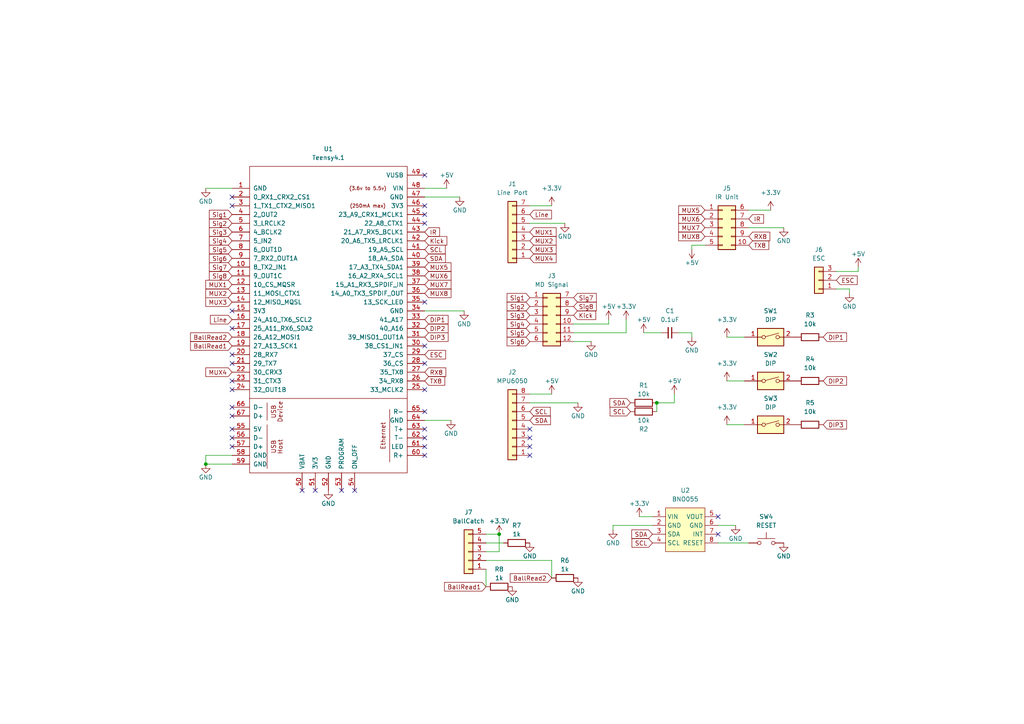
<source format=kicad_sch>
(kicad_sch (version 20211123) (generator eeschema)
  (paper "A4")
  (lib_symbols
    (symbol "Connector_Generic:Conn_01x03" (pin_names (offset 1.016) hide)
      (property "Reference" "J" (at 0 5.08 0))
      (property "Value" "Conn_01x03" (at 0 -5.08 0))
      (symbol "Conn_01x03_1_1"
        (rectangle (start -1.27 -2.413) (end 0 -2.667) (stroke (width 0.1524)))
        (rectangle (start -1.27 0.127) (end 0 -0.127) (stroke (width 0.1524)))
        (rectangle (start -1.27 2.667) (end 0 2.413) (stroke (width 0.1524)))
        (rectangle (start -1.27 3.81) (end 1.27 -3.81) (stroke (width 0.254)) (fill (type background)))
        (pin passive line (at -5.08 2.54 0) (length 3.81) (name "Pin_1") (number "1"))
        (pin passive line (at -5.08 0 0) (length 3.81) (name "Pin_2") (number "2"))
        (pin passive line (at -5.08 -2.54 0) (length 3.81) (name "Pin_3") (number "3"))
      )
    )
    (symbol "Connector_Generic:Conn_01x05" (pin_names (offset 1.016) hide)
      (property "Reference" "J" (at 0 7.62 0))
      (property "Value" "Conn_01x05" (at 0 -7.62 0))
      (symbol "Conn_01x05_1_1"
        (rectangle (start -1.27 -4.953) (end 0 -5.207) (stroke (width 0.1524)))
        (rectangle (start -1.27 -2.413) (end 0 -2.667) (stroke (width 0.1524)))
        (rectangle (start -1.27 0.127) (end 0 -0.127) (stroke (width 0.1524)))
        (rectangle (start -1.27 2.667) (end 0 2.413) (stroke (width 0.1524)))
        (rectangle (start -1.27 5.207) (end 0 4.953) (stroke (width 0.1524)))
        (rectangle (start -1.27 6.35) (end 1.27 -6.35) (stroke (width 0.254)) (fill (type background)))
        (pin passive line (at -5.08 5.08 0) (length 3.81) (name "Pin_1") (number "1"))
        (pin passive line (at -5.08 2.54 0) (length 3.81) (name "Pin_2") (number "2"))
        (pin passive line (at -5.08 0 0) (length 3.81) (name "Pin_3") (number "3"))
        (pin passive line (at -5.08 -2.54 0) (length 3.81) (name "Pin_4") (number "4"))
        (pin passive line (at -5.08 -5.08 0) (length 3.81) (name "Pin_5") (number "5"))
      )
    )
    (symbol "Connector_Generic:Conn_01x07" (pin_names (offset 1.016) hide)
      (property "Reference" "J" (at 0 10.16 0))
      (property "Value" "Conn_01x07" (at 0 -10.16 0))
      (symbol "Conn_01x07_1_1"
        (rectangle (start -1.27 -7.493) (end 0 -7.747) (stroke (width 0.1524)))
        (rectangle (start -1.27 -4.953) (end 0 -5.207) (stroke (width 0.1524)))
        (rectangle (start -1.27 -2.413) (end 0 -2.667) (stroke (width 0.1524)))
        (rectangle (start -1.27 0.127) (end 0 -0.127) (stroke (width 0.1524)))
        (rectangle (start -1.27 2.667) (end 0 2.413) (stroke (width 0.1524)))
        (rectangle (start -1.27 5.207) (end 0 4.953) (stroke (width 0.1524)))
        (rectangle (start -1.27 7.747) (end 0 7.493) (stroke (width 0.1524)))
        (rectangle (start -1.27 8.89) (end 1.27 -8.89) (stroke (width 0.254)) (fill (type background)))
        (pin passive line (at -5.08 7.62 0) (length 3.81) (name "Pin_1") (number "1"))
        (pin passive line (at -5.08 5.08 0) (length 3.81) (name "Pin_2") (number "2"))
        (pin passive line (at -5.08 2.54 0) (length 3.81) (name "Pin_3") (number "3"))
        (pin passive line (at -5.08 0 0) (length 3.81) (name "Pin_4") (number "4"))
        (pin passive line (at -5.08 -2.54 0) (length 3.81) (name "Pin_5") (number "5"))
        (pin passive line (at -5.08 -5.08 0) (length 3.81) (name "Pin_6") (number "6"))
        (pin passive line (at -5.08 -7.62 0) (length 3.81) (name "Pin_7") (number "7"))
      )
    )
    (symbol "Connector_Generic:Conn_01x08" (pin_names (offset 1.016) hide)
      (property "Reference" "J" (at 0 10.16 0))
      (property "Value" "Conn_01x08" (at 0 -12.7 0))
      (symbol "Conn_01x08_1_1"
        (rectangle (start -1.27 -10.033) (end 0 -10.287) (stroke (width 0.1524)))
        (rectangle (start -1.27 -7.493) (end 0 -7.747) (stroke (width 0.1524)))
        (rectangle (start -1.27 -4.953) (end 0 -5.207) (stroke (width 0.1524)))
        (rectangle (start -1.27 -2.413) (end 0 -2.667) (stroke (width 0.1524)))
        (rectangle (start -1.27 0.127) (end 0 -0.127) (stroke (width 0.1524)))
        (rectangle (start -1.27 2.667) (end 0 2.413) (stroke (width 0.1524)))
        (rectangle (start -1.27 5.207) (end 0 4.953) (stroke (width 0.1524)))
        (rectangle (start -1.27 7.747) (end 0 7.493) (stroke (width 0.1524)))
        (rectangle (start -1.27 8.89) (end 1.27 -11.43) (stroke (width 0.254)) (fill (type background)))
        (pin passive line (at -5.08 7.62 0) (length 3.81) (name "Pin_1") (number "1"))
        (pin passive line (at -5.08 5.08 0) (length 3.81) (name "Pin_2") (number "2"))
        (pin passive line (at -5.08 2.54 0) (length 3.81) (name "Pin_3") (number "3"))
        (pin passive line (at -5.08 0 0) (length 3.81) (name "Pin_4") (number "4"))
        (pin passive line (at -5.08 -2.54 0) (length 3.81) (name "Pin_5") (number "5"))
        (pin passive line (at -5.08 -5.08 0) (length 3.81) (name "Pin_6") (number "6"))
        (pin passive line (at -5.08 -7.62 0) (length 3.81) (name "Pin_7") (number "7"))
        (pin passive line (at -5.08 -10.16 0) (length 3.81) (name "Pin_8") (number "8"))
      )
    )
    (symbol "Connector_Generic:Conn_02x05_Top_Bottom" (pin_names (offset 1.016) hide)
      (property "Reference" "J" (at 1.27 7.62 0))
      (property "Value" "Conn_02x05_Top_Bottom" (at 1.27 -7.62 0))
      (symbol "Conn_02x05_Top_Bottom_1_1"
        (rectangle (start -1.27 -4.953) (end 0 -5.207) (stroke (width 0.1524)))
        (rectangle (start -1.27 -2.413) (end 0 -2.667) (stroke (width 0.1524)))
        (rectangle (start -1.27 0.127) (end 0 -0.127) (stroke (width 0.1524)))
        (rectangle (start -1.27 2.667) (end 0 2.413) (stroke (width 0.1524)))
        (rectangle (start -1.27 5.207) (end 0 4.953) (stroke (width 0.1524)))
        (rectangle (start -1.27 6.35) (end 3.81 -6.35) (stroke (width 0.254)) (fill (type background)))
        (rectangle (start 3.81 -4.953) (end 2.54 -5.207) (stroke (width 0.1524)))
        (rectangle (start 3.81 -2.413) (end 2.54 -2.667) (stroke (width 0.1524)))
        (rectangle (start 3.81 0.127) (end 2.54 -0.127) (stroke (width 0.1524)))
        (rectangle (start 3.81 2.667) (end 2.54 2.413) (stroke (width 0.1524)))
        (rectangle (start 3.81 5.207) (end 2.54 4.953) (stroke (width 0.1524)))
        (pin passive line (at -5.08 5.08 0) (length 3.81) (name "Pin_1") (number "1"))
        (pin passive line (at 7.62 -5.08 180) (length 3.81) (name "Pin_10") (number "10"))
        (pin passive line (at -5.08 2.54 0) (length 3.81) (name "Pin_2") (number "2"))
        (pin passive line (at -5.08 0 0) (length 3.81) (name "Pin_3") (number "3"))
        (pin passive line (at -5.08 -2.54 0) (length 3.81) (name "Pin_4") (number "4"))
        (pin passive line (at -5.08 -5.08 0) (length 3.81) (name "Pin_5") (number "5"))
        (pin passive line (at 7.62 5.08 180) (length 3.81) (name "Pin_6") (number "6"))
        (pin passive line (at 7.62 2.54 180) (length 3.81) (name "Pin_7") (number "7"))
        (pin passive line (at 7.62 0 180) (length 3.81) (name "Pin_8") (number "8"))
        (pin passive line (at 7.62 -2.54 180) (length 3.81) (name "Pin_9") (number "9"))
      )
    )
    (symbol "Connector_Generic:Conn_02x06_Top_Bottom" (pin_names (offset 1.016) hide)
      (property "Reference" "J" (at 1.27 7.62 0))
      (property "Value" "Conn_02x06_Top_Bottom" (at 1.27 -10.16 0))
      (symbol "Conn_02x06_Top_Bottom_1_1"
        (rectangle (start -1.27 -7.493) (end 0 -7.747) (stroke (width 0.1524)))
        (rectangle (start -1.27 -4.953) (end 0 -5.207) (stroke (width 0.1524)))
        (rectangle (start -1.27 -2.413) (end 0 -2.667) (stroke (width 0.1524)))
        (rectangle (start -1.27 0.127) (end 0 -0.127) (stroke (width 0.1524)))
        (rectangle (start -1.27 2.667) (end 0 2.413) (stroke (width 0.1524)))
        (rectangle (start -1.27 5.207) (end 0 4.953) (stroke (width 0.1524)))
        (rectangle (start -1.27 6.35) (end 3.81 -8.89) (stroke (width 0.254)) (fill (type background)))
        (rectangle (start 3.81 -7.493) (end 2.54 -7.747) (stroke (width 0.1524)))
        (rectangle (start 3.81 -4.953) (end 2.54 -5.207) (stroke (width 0.1524)))
        (rectangle (start 3.81 -2.413) (end 2.54 -2.667) (stroke (width 0.1524)))
        (rectangle (start 3.81 0.127) (end 2.54 -0.127) (stroke (width 0.1524)))
        (rectangle (start 3.81 2.667) (end 2.54 2.413) (stroke (width 0.1524)))
        (rectangle (start 3.81 5.207) (end 2.54 4.953) (stroke (width 0.1524)))
        (pin passive line (at -5.08 5.08 0) (length 3.81) (name "Pin_1") (number "1"))
        (pin passive line (at 7.62 -2.54 180) (length 3.81) (name "Pin_10") (number "10"))
        (pin passive line (at 7.62 -5.08 180) (length 3.81) (name "Pin_11") (number "11"))
        (pin passive line (at 7.62 -7.62 180) (length 3.81) (name "Pin_12") (number "12"))
        (pin passive line (at -5.08 2.54 0) (length 3.81) (name "Pin_2") (number "2"))
        (pin passive line (at -5.08 0 0) (length 3.81) (name "Pin_3") (number "3"))
        (pin passive line (at -5.08 -2.54 0) (length 3.81) (name "Pin_4") (number "4"))
        (pin passive line (at -5.08 -5.08 0) (length 3.81) (name "Pin_5") (number "5"))
        (pin passive line (at -5.08 -7.62 0) (length 3.81) (name "Pin_6") (number "6"))
        (pin passive line (at 7.62 5.08 180) (length 3.81) (name "Pin_7") (number "7"))
        (pin passive line (at 7.62 2.54 180) (length 3.81) (name "Pin_8") (number "8"))
        (pin passive line (at 7.62 0 180) (length 3.81) (name "Pin_9") (number "9"))
      )
    )
    (symbol "Device:C_Small" (pin_numbers hide) (pin_names (offset 0.254) hide)
      (property "Reference" "C" (at 0.254 1.778 0))
      (property "Value" "C_Small" (at 0.254 -2.032 0))
      (symbol "C_Small_0_1"
        (polyline (pts (xy -1.524 -0.508) (xy 1.524 -0.508)) (stroke (width 0.3302)))
        (polyline (pts (xy -1.524 0.508) (xy 1.524 0.508)) (stroke (width 0.3048)))
      )
      (symbol "C_Small_1_1"
        (pin passive line (at 0 2.54 270) (length 2.032) (name "~") (number "1"))
        (pin passive line (at 0 -2.54 90) (length 2.032) (name "~") (number "2"))
      )
    )
    (symbol "Device:R" (pin_numbers hide) (pin_names (offset 0))
      (property "Reference" "R" (at 2.032 0 90))
      (property "Value" "R" (at 0 0 90))
      (symbol "R_0_1"
        (rectangle (start -1.016 -2.54) (end 1.016 2.54) (stroke (width 0.254)))
      )
      (symbol "R_1_1"
        (pin passive line (at 0 3.81 270) (length 1.27) (name "~") (number "1"))
        (pin passive line (at 0 -3.81 90) (length 1.27) (name "~") (number "2"))
      )
    )
    (symbol "KiCAD-RCJ-Lib:BNO055"
      (property "Reference" "U" (at 0 0 0))
      (property "Value" "BNO055" (at 0 0 0))
      (symbol "BNO055_0_1"
        (rectangle (start -5.08 -2.54) (end 6.35 -15.24) (fill (type background)))
      )
      (symbol "BNO055_1_1"
        (pin input line (at -8.89 -5.08 0) (length 3.81) (name "VIN") (number "1"))
        (pin input line (at -8.89 -7.62 0) (length 3.81) (name "GND") (number "2"))
        (pin input line (at -8.89 -10.16 0) (length 3.81) (name "SDA") (number "3"))
        (pin input line (at -8.89 -12.7 0) (length 3.81) (name "SCL") (number "4"))
        (pin input line (at 10.16 -5.08 180) (length 3.81) (name "VOUT") (number "5"))
        (pin input line (at 10.16 -7.62 180) (length 3.81) (name "GND") (number "6"))
        (pin input line (at 10.16 -10.16 180) (length 3.81) (name "INT") (number "7"))
        (pin input line (at 10.16 -12.7 180) (length 3.81) (name "RESET") (number "8"))
      )
    )
    (symbol "Switch:SW_DIP_x01" (pin_names (offset 0) hide)
      (property "Reference" "SW" (at 0 3.81 0))
      (property "Value" "SW_DIP_x01" (at 0 -3.81 0))
      (symbol "SW_DIP_x01_0_0"
        (circle (center -2.032 0) (radius 0.508))
        (polyline (pts (xy -1.524 0.127) (xy 2.3622 1.1684)))
        (circle (center 2.032 0) (radius 0.508))
      )
      (symbol "SW_DIP_x01_0_1"
        (rectangle (start -3.81 2.54) (end 3.81 -2.54) (stroke (width 0.254)) (fill (type background)))
      )
      (symbol "SW_DIP_x01_1_1"
        (pin passive line (at -7.62 0 0) (length 5.08) (name "~") (number "1"))
        (pin passive line (at 7.62 0 180) (length 5.08) (name "~") (number "2"))
      )
    )
    (symbol "Switch:SW_Push" (pin_numbers hide) (pin_names (offset 1.016) hide)
      (property "Reference" "SW" (at 1.27 2.54 0))
      (property "Value" "SW_Push" (at 0 -1.524 0))
      (symbol "SW_Push_0_1"
        (circle (center -2.032 0) (radius 0.508))
        (polyline (pts (xy 0 1.27) (xy 0 3.048)))
        (polyline (pts (xy 2.54 1.27) (xy -2.54 1.27)))
        (circle (center 2.032 0) (radius 0.508))
        (pin passive line (at -5.08 0 0) (length 2.54) (name "1") (number "1"))
        (pin passive line (at 5.08 0 180) (length 2.54) (name "2") (number "2"))
      )
    )
    (symbol "power:+3.3V" (power) (pin_names (offset 0))
      (property "Value" "+3.3V" (at 0 3.556 0))
      (symbol "+3.3V_0_1"
        (polyline (pts (xy -0.762 1.27) (xy 0 2.54)))
        (polyline (pts (xy 0 0) (xy 0 2.54)))
        (polyline (pts (xy 0 2.54) (xy 0.762 1.27)))
      )
      (symbol "+3.3V_1_1"
        (pin power_in line (at 0 0 90) (length 0) hide (name "+3.3V") (number "1"))
      )
    )
    (symbol "power:+5V" (power) (pin_names (offset 0))
      (property "Value" "+5V" (at 0 3.556 0))
      (symbol "+5V_0_1"
        (polyline (pts (xy -0.762 1.27) (xy 0 2.54)))
        (polyline (pts (xy 0 0) (xy 0 2.54)))
        (polyline (pts (xy 0 2.54) (xy 0.762 1.27)))
      )
      (symbol "+5V_1_1"
        (pin power_in line (at 0 0 90) (length 0) hide (name "+5V") (number "1"))
      )
    )
    (symbol "power:GND" (power) (pin_names (offset 0))
      (property "Value" "GND" (at 0 -3.81 0))
      (symbol "GND_0_1"
        (polyline (pts (xy 0 0) (xy 0 -1.27) (xy 1.27 -1.27) (xy 0 -2.54) (xy -1.27 -1.27) (xy 0 -1.27)))
      )
      (symbol "GND_1_1"
        (pin power_in line (at 0 0 270) (length 0) hide (name "GND") (number "1"))
      )
    )
    (symbol "teensy:Teensy4.1" (pin_names (offset 1.016))
      (property "Reference" "U" (at 0 64.77 0))
      (property "Value" "Teensy4.1" (at 0 62.23 0))
      (symbol "Teensy4.1_0_0"
        (polyline (pts (xy -22.86 -6.35) (xy 22.86 -6.35)))
        (polyline (pts (xy -17.78 -26.67) (xy -17.78 -13.97)))
        (polyline (pts (xy -17.78 -7.62) (xy -17.78 -12.7)))
        (polyline (pts (xy 17.78 -9.525) (xy 17.78 -24.765)))
        (text "(250mA max)" (at 11.43 49.53 0) (effects (font (size 1.016 1.016))))
        (text "(3.6v to 5.5v)" (at 11.43 54.61 0) (effects (font (size 1.016 1.016))))
        (text "Device" (at -13.97 -10.16 900) (effects (font (size 1.27 1.27))))
        (text "Ethernet" (at 15.875 -17.145 900) (effects (font (size 1.27 1.27))))
        (text "Host" (at -13.97 -20.32 900) (effects (font (size 1.27 1.27))))
        (text "USB" (at -15.875 -20.32 900) (effects (font (size 1.27 1.27))))
        (text "USB" (at -15.875 -10.16 900) (effects (font (size 1.27 1.27))))
        (pin bidirectional line (at -27.94 31.75 0) (length 5.08) (name "8_TX2_IN1") (number "10"))
        (pin bidirectional line (at -27.94 29.21 0) (length 5.08) (name "9_OUT1C") (number "11"))
        (pin bidirectional line (at -27.94 26.67 0) (length 5.08) (name "10_CS_MQSR") (number "12"))
        (pin bidirectional line (at -27.94 24.13 0) (length 5.08) (name "11_MOSI_CTX1") (number "13"))
        (pin bidirectional line (at -27.94 21.59 0) (length 5.08) (name "12_MISO_MQSL") (number "14"))
        (pin power_in line (at -27.94 19.05 0) (length 5.08) (name "3V3") (number "15"))
        (pin bidirectional line (at -27.94 16.51 0) (length 5.08) (name "24_A10_TX6_SCL2") (number "16"))
        (pin bidirectional line (at -27.94 13.97 0) (length 5.08) (name "25_A11_RX6_SDA2") (number "17"))
        (pin bidirectional line (at -27.94 11.43 0) (length 5.08) (name "26_A12_MOSI1") (number "18"))
        (pin bidirectional line (at -27.94 8.89 0) (length 5.08) (name "27_A13_SCK1") (number "19"))
        (pin bidirectional line (at -27.94 6.35 0) (length 5.08) (name "28_RX7") (number "20"))
        (pin bidirectional line (at -27.94 3.81 0) (length 5.08) (name "29_TX7") (number "21"))
        (pin bidirectional line (at -27.94 1.27 0) (length 5.08) (name "30_CRX3") (number "22"))
        (pin bidirectional line (at -27.94 -1.27 0) (length 5.08) (name "31_CTX3") (number "23"))
        (pin bidirectional line (at -27.94 -3.81 0) (length 5.08) (name "32_OUT1B") (number "24"))
        (pin bidirectional line (at 27.94 -3.81 180) (length 5.08) (name "33_MCLK2") (number "25"))
        (pin bidirectional line (at 27.94 -1.27 180) (length 5.08) (name "34_RX8") (number "26"))
        (pin bidirectional line (at 27.94 1.27 180) (length 5.08) (name "35_TX8") (number "27"))
        (pin bidirectional line (at 27.94 3.81 180) (length 5.08) (name "36_CS") (number "28"))
        (pin bidirectional line (at 27.94 6.35 180) (length 5.08) (name "37_CS") (number "29"))
        (pin bidirectional line (at 27.94 8.89 180) (length 5.08) (name "38_CS1_IN1") (number "30"))
        (pin bidirectional line (at 27.94 11.43 180) (length 5.08) (name "39_MISO1_OUT1A") (number "31"))
        (pin bidirectional line (at 27.94 13.97 180) (length 5.08) (name "40_A16") (number "32"))
        (pin bidirectional line (at 27.94 16.51 180) (length 5.08) (name "41_A17") (number "33"))
        (pin bidirectional line (at 27.94 21.59 180) (length 5.08) (name "13_SCK_LED") (number "35"))
        (pin bidirectional line (at 27.94 24.13 180) (length 5.08) (name "14_A0_TX3_SPDIF_OUT") (number "36"))
        (pin bidirectional line (at 27.94 26.67 180) (length 5.08) (name "15_A1_RX3_SPDIF_IN") (number "37"))
        (pin bidirectional line (at 27.94 29.21 180) (length 5.08) (name "16_A2_RX4_SCL1") (number "38"))
        (pin bidirectional line (at 27.94 31.75 180) (length 5.08) (name "17_A3_TX4_SDA1") (number "39"))
        (pin bidirectional line (at 27.94 34.29 180) (length 5.08) (name "18_A4_SDA") (number "40"))
        (pin bidirectional line (at 27.94 36.83 180) (length 5.08) (name "19_A5_SCL") (number "41"))
        (pin bidirectional line (at 27.94 39.37 180) (length 5.08) (name "20_A6_TX5_LRCLK1") (number "42"))
        (pin bidirectional line (at 27.94 41.91 180) (length 5.08) (name "21_A7_RX5_BCLK1") (number "43"))
        (pin bidirectional line (at 27.94 44.45 180) (length 5.08) (name "22_A8_CTX1") (number "44"))
        (pin bidirectional line (at 27.94 46.99 180) (length 5.08) (name "23_A9_CRX1_MCLK1") (number "45"))
        (pin output line (at 27.94 49.53 180) (length 5.08) (name "3V3") (number "46"))
        (pin output line (at 27.94 52.07 180) (length 5.08) (name "GND") (number "47"))
        (pin power_in line (at 27.94 54.61 180) (length 5.08) (name "VIN") (number "48"))
        (pin power_out line (at 27.94 58.42 180) (length 5.08) (name "VUSB") (number "49"))
        (pin bidirectional line (at -27.94 44.45 0) (length 5.08) (name "3_LRCLK2") (number "5"))
        (pin power_in line (at -7.62 -33.02 90) (length 5.08) (name "VBAT") (number "50"))
        (pin power_in line (at -3.81 -33.02 90) (length 5.08) (name "3V3") (number "51"))
        (pin input line (at 0 -33.02 90) (length 5.08) (name "GND") (number "52"))
        (pin input line (at 3.81 -33.02 90) (length 5.08) (name "PROGRAM") (number "53"))
        (pin input line (at 7.62 -33.02 90) (length 5.08) (name "ON_OFF") (number "54"))
        (pin power_out line (at -27.94 -15.24 0) (length 5.08) (name "5V") (number "55"))
        (pin bidirectional line (at -27.94 -17.78 0) (length 5.08) (name "D-") (number "56"))
        (pin bidirectional line (at -27.94 -20.32 0) (length 5.08) (name "D+") (number "57"))
        (pin power_in line (at -27.94 -22.86 0) (length 5.08) (name "GND") (number "58"))
        (pin power_in line (at -27.94 -25.4 0) (length 5.08) (name "GND") (number "59"))
        (pin bidirectional line (at -27.94 41.91 0) (length 5.08) (name "4_BCLK2") (number "6"))
        (pin bidirectional line (at 27.94 -22.86 180) (length 5.08) (name "R+") (number "60"))
        (pin bidirectional line (at 27.94 -20.32 180) (length 5.08) (name "LED") (number "61"))
        (pin bidirectional line (at 27.94 -17.78 180) (length 5.08) (name "T-") (number "62"))
        (pin bidirectional line (at 27.94 -15.24 180) (length 5.08) (name "T+") (number "63"))
        (pin power_in line (at 27.94 -12.7 180) (length 5.08) (name "GND") (number "64"))
        (pin bidirectional line (at 27.94 -10.16 180) (length 5.08) (name "R-") (number "65"))
        (pin bidirectional line (at -27.94 -8.89 0) (length 5.08) (name "D-") (number "66"))
        (pin bidirectional line (at -27.94 -11.43 0) (length 5.08) (name "D+") (number "67"))
        (pin bidirectional line (at -27.94 39.37 0) (length 5.08) (name "5_IN2") (number "7"))
        (pin bidirectional line (at -27.94 36.83 0) (length 5.08) (name "6_OUT1D") (number "8"))
        (pin bidirectional line (at -27.94 34.29 0) (length 5.08) (name "7_RX2_OUT1A") (number "9"))
      )
      (symbol "Teensy4.1_0_1"
        (rectangle (start -22.86 60.96) (end 22.86 -27.94))
        (rectangle (start -20.32 -1.27) (end -20.32 -1.27))
      )
      (symbol "Teensy4.1_1_1"
        (pin power_in line (at -27.94 54.61 0) (length 5.08) (name "GND") (number "1"))
        (pin bidirectional line (at -27.94 52.07 0) (length 5.08) (name "0_RX1_CRX2_CS1") (number "2"))
        (pin bidirectional line (at -27.94 49.53 0) (length 5.08) (name "1_TX1_CTX2_MISO1") (number "3"))
        (pin power_in line (at 27.94 19.05 180) (length 5.08) (name "GND") (number "34"))
        (pin bidirectional line (at -27.94 46.99 0) (length 5.08) (name "2_OUT2") (number "4"))
      )
    )
  )
  (junction (at 59.69 134.62))
  (junction (at 190.5 116.84))
  (junction (at 144.78 154.94))
  (no_connect (at 123.19 64.77))
  (no_connect (at 123.19 62.23))
  (no_connect (at 208.28 154.94))
  (no_connect (at 208.28 149.86))
  (no_connect (at 123.19 59.69))
  (no_connect (at 123.19 50.8))
  (no_connect (at 123.19 119.38))
  (no_connect (at 123.19 124.46))
  (no_connect (at 123.19 127))
  (no_connect (at 123.19 129.54))
  (no_connect (at 123.19 132.08))
  (no_connect (at 102.87 142.24))
  (no_connect (at 99.06 142.24))
  (no_connect (at 91.44 142.24))
  (no_connect (at 87.63 142.24))
  (no_connect (at 67.31 129.54))
  (no_connect (at 67.31 127))
  (no_connect (at 67.31 124.46))
  (no_connect (at 67.31 120.65))
  (no_connect (at 67.31 118.11))
  (no_connect (at 123.19 105.41))
  (no_connect (at 123.19 100.33))
  (no_connect (at 123.19 87.63))
  (no_connect (at 67.31 95.25))
  (no_connect (at 67.31 102.87))
  (no_connect (at 67.31 105.41))
  (no_connect (at 67.31 110.49))
  (no_connect (at 67.31 113.03))
  (no_connect (at 67.31 59.69))
  (no_connect (at 67.31 57.15))
  (no_connect (at 123.19 113.03))
  (no_connect (at 153.67 132.08))
  (no_connect (at 153.67 124.46))
  (no_connect (at 153.67 127))
  (no_connect (at 153.67 129.54))
  (no_connect (at 67.31 90.17))
  (wire (pts (xy 160.02 162.56) (xy 160.02 167.64)))
  (wire (pts (xy 59.69 132.08) (xy 67.31 132.08)))
  (wire (pts (xy 185.42 149.86) (xy 189.23 149.86)))
  (wire (pts (xy 177.8 153.67) (xy 177.8 152.4)))
  (wire (pts (xy 190.5 116.84) (xy 190.5 119.38)))
  (wire (pts (xy 59.69 134.62) (xy 67.31 134.62)))
  (wire (pts (xy 140.97 165.1) (xy 140.97 170.18)))
  (wire (pts (xy 204.47 71.12) (xy 200.66 71.12)))
  (wire (pts (xy 144.78 160.02) (xy 140.97 160.02)))
  (wire (pts (xy 140.97 162.56) (xy 160.02 162.56)))
  (wire (pts (xy 246.38 83.82) (xy 246.38 85.09)))
  (wire (pts (xy 153.67 64.77) (xy 163.83 64.77)))
  (wire (pts (xy 153.67 114.3) (xy 160.02 114.3)))
  (wire (pts (xy 130.81 121.92) (xy 123.19 121.92)))
  (wire (pts (xy 217.17 60.96) (xy 223.52 60.96)))
  (wire (pts (xy 59.69 54.61) (xy 67.31 54.61)))
  (wire (pts (xy 196.85 96.52) (xy 200.66 96.52)))
  (wire (pts (xy 59.69 134.62) (xy 59.69 132.08)))
  (wire (pts (xy 144.78 154.94) (xy 144.78 160.02)))
  (wire (pts (xy 208.28 157.48) (xy 217.17 157.48)))
  (wire (pts (xy 217.17 66.04) (xy 227.33 66.04)))
  (wire (pts (xy 200.66 96.52) (xy 200.66 97.79)))
  (wire (pts (xy 248.92 78.74) (xy 248.92 77.47)))
  (wire (pts (xy 190.5 116.84) (xy 195.58 116.84)))
  (wire (pts (xy 186.69 96.52) (xy 191.77 96.52)))
  (wire (pts (xy 123.19 90.17) (xy 134.62 90.17)))
  (wire (pts (xy 210.82 110.49) (xy 215.9 110.49)))
  (wire (pts (xy 200.66 71.12) (xy 200.66 72.39)))
  (wire (pts (xy 208.28 152.4) (xy 213.36 152.4)))
  (wire (pts (xy 166.37 96.52) (xy 181.61 96.52)))
  (wire (pts (xy 153.67 59.69) (xy 160.02 59.69)))
  (wire (pts (xy 210.82 97.79) (xy 215.9 97.79)))
  (wire (pts (xy 181.61 92.71) (xy 181.61 96.52)))
  (wire (pts (xy 166.37 99.06) (xy 171.45 99.06)))
  (wire (pts (xy 242.57 78.74) (xy 248.92 78.74)))
  (wire (pts (xy 242.57 83.82) (xy 246.38 83.82)))
  (wire (pts (xy 123.19 57.15) (xy 133.35 57.15)))
  (wire (pts (xy 140.97 157.48) (xy 146.05 157.48)))
  (wire (pts (xy 195.58 116.84) (xy 195.58 114.3)))
  (wire (pts (xy 176.53 92.71) (xy 176.53 93.98)))
  (wire (pts (xy 210.82 123.19) (xy 215.9 123.19)))
  (wire (pts (xy 153.67 116.84) (xy 167.64 116.84)))
  (wire (pts (xy 140.97 154.94) (xy 144.78 154.94)))
  (wire (pts (xy 176.53 93.98) (xy 166.37 93.98)))
  (wire (pts (xy 123.19 54.61) (xy 129.54 54.61)))
  (wire (pts (xy 177.8 152.4) (xy 189.23 152.4)))
  (global_label "Kick" (shape input) (at 123.19 69.85 0) (property "シート間のリファレンス" "${INTERSHEET_REFS}" (effects hide)))
  (global_label "BallRead2" (shape input) (at 160.02 167.64 180) (property "シート間のリファレンス" "${INTERSHEET_REFS}" (effects hide)))
  (global_label "MUX3" (shape input) (at 67.31 87.63 180) (property "シート間のリファレンス" "${INTERSHEET_REFS}" (effects hide)))
  (global_label "DIP2" (shape input) (at 123.19 95.25 0) (property "シート間のリファレンス" "${INTERSHEET_REFS}" (effects hide)))
  (global_label "Sig3" (shape input) (at 67.31 67.31 180) (property "シート間のリファレンス" "${INTERSHEET_REFS}" (effects hide)))
  (global_label "SDA" (shape input) (at 153.67 121.92 0) (property "シート間のリファレンス" "${INTERSHEET_REFS}" (effects hide)))
  (global_label "MUX8" (shape input) (at 204.47 68.58 180) (property "シート間のリファレンス" "${INTERSHEET_REFS}" (effects hide)))
  (global_label "MUX8" (shape input) (at 123.19 85.09 0) (property "シート間のリファレンス" "${INTERSHEET_REFS}" (effects hide)))
  (global_label "SCL" (shape input) (at 123.19 72.39 0) (property "シート間のリファレンス" "${INTERSHEET_REFS}" (effects hide)))
  (global_label "DIP3" (shape input) (at 238.76 123.19 0) (property "シート間のリファレンス" "${INTERSHEET_REFS}" (effects hide)))
  (global_label "DIP2" (shape input) (at 238.76 110.49 0) (property "シート間のリファレンス" "${INTERSHEET_REFS}" (effects hide)))
  (global_label "MUX4" (shape input) (at 153.67 74.93 0) (property "シート間のリファレンス" "${INTERSHEET_REFS}" (effects hide)))
  (global_label "SDA" (shape input) (at 189.23 154.94 180) (property "シート間のリファレンス" "${INTERSHEET_REFS}" (effects hide)))
  (global_label "SDA" (shape input) (at 123.19 74.93 0) (property "シート間のリファレンス" "${INTERSHEET_REFS}" (effects hide)))
  (global_label "ESC" (shape input) (at 242.57 81.28 0) (property "シート間のリファレンス" "${INTERSHEET_REFS}" (effects hide)))
  (global_label "MUX2" (shape input) (at 67.31 85.09 180) (property "シート間のリファレンス" "${INTERSHEET_REFS}" (effects hide)))
  (global_label "SCL" (shape input) (at 189.23 157.48 180) (property "シート間のリファレンス" "${INTERSHEET_REFS}" (effects hide)))
  (global_label "DIP1" (shape input) (at 123.19 92.71 0) (property "シート間のリファレンス" "${INTERSHEET_REFS}" (effects hide)))
  (global_label "Sig7" (shape input) (at 67.31 77.47 180) (property "シート間のリファレンス" "${INTERSHEET_REFS}" (effects hide)))
  (global_label "MUX1" (shape input) (at 67.31 82.55 180) (property "シート間のリファレンス" "${INTERSHEET_REFS}" (effects hide)))
  (global_label "MUX1" (shape input) (at 153.67 67.31 0) (property "シート間のリファレンス" "${INTERSHEET_REFS}" (effects hide)))
  (global_label "BallRead1" (shape input) (at 140.97 170.18 180) (property "シート間のリファレンス" "${INTERSHEET_REFS}" (effects hide)))
  (global_label "Sig1" (shape input) (at 153.67 86.36 180) (property "シート間のリファレンス" "${INTERSHEET_REFS}" (effects hide)))
  (global_label "BallRead2" (shape input) (at 67.31 97.79 180) (property "シート間のリファレンス" "${INTERSHEET_REFS}" (effects hide)))
  (global_label "MUX6" (shape input) (at 123.19 80.01 0) (property "シート間のリファレンス" "${INTERSHEET_REFS}" (effects hide)))
  (global_label "MUX6" (shape input) (at 204.47 63.5 180) (property "シート間のリファレンス" "${INTERSHEET_REFS}" (effects hide)))
  (global_label "SCL" (shape input) (at 182.88 119.38 180) (property "シート間のリファレンス" "${INTERSHEET_REFS}" (effects hide)))
  (global_label "RX8" (shape input) (at 217.17 68.58 0) (property "シート間のリファレンス" "${INTERSHEET_REFS}" (effects hide)))
  (global_label "Sig2" (shape input) (at 153.67 88.9 180) (property "シート間のリファレンス" "${INTERSHEET_REFS}" (effects hide)))
  (global_label "Sig2" (shape input) (at 67.31 64.77 180) (property "シート間のリファレンス" "${INTERSHEET_REFS}" (effects hide)))
  (global_label "Sig6" (shape input) (at 153.67 99.06 180) (property "シート間のリファレンス" "${INTERSHEET_REFS}" (effects hide)))
  (global_label "MUX2" (shape input) (at 153.67 69.85 0) (property "シート間のリファレンス" "${INTERSHEET_REFS}" (effects hide)))
  (global_label "SDA" (shape input) (at 182.88 116.84 180) (property "シート間のリファレンス" "${INTERSHEET_REFS}" (effects hide)))
  (global_label "SCL" (shape input) (at 153.67 119.38 0) (property "シート間のリファレンス" "${INTERSHEET_REFS}" (effects hide)))
  (global_label "Sig7" (shape input) (at 166.37 86.36 0) (property "シート間のリファレンス" "${INTERSHEET_REFS}" (effects hide)))
  (global_label "Kick" (shape input) (at 166.37 91.44 0) (property "シート間のリファレンス" "${INTERSHEET_REFS}" (effects hide)))
  (global_label "DIP3" (shape input) (at 123.19 97.79 0) (property "シート間のリファレンス" "${INTERSHEET_REFS}" (effects hide)))
  (global_label "Sig5" (shape input) (at 67.31 72.39 180) (property "シート間のリファレンス" "${INTERSHEET_REFS}" (effects hide)))
  (global_label "IR" (shape input) (at 217.17 63.5 0) (property "シート間のリファレンス" "${INTERSHEET_REFS}" (effects hide)))
  (global_label "IR" (shape input) (at 123.19 67.31 0) (property "シート間のリファレンス" "${INTERSHEET_REFS}" (effects hide)))
  (global_label "Sig4" (shape input) (at 153.67 93.98 180) (property "シート間のリファレンス" "${INTERSHEET_REFS}" (effects hide)))
  (global_label "Sig1" (shape input) (at 67.31 62.23 180) (property "シート間のリファレンス" "${INTERSHEET_REFS}" (effects hide)))
  (global_label "TX8" (shape input) (at 123.19 110.49 0) (property "シート間のリファレンス" "${INTERSHEET_REFS}" (effects hide)))
  (global_label "BallRead1" (shape input) (at 67.31 100.33 180) (property "シート間のリファレンス" "${INTERSHEET_REFS}" (effects hide)))
  (global_label "Sig3" (shape input) (at 153.67 91.44 180) (property "シート間のリファレンス" "${INTERSHEET_REFS}" (effects hide)))
  (global_label "MUX5" (shape input) (at 204.47 60.96 180) (property "シート間のリファレンス" "${INTERSHEET_REFS}" (effects hide)))
  (global_label "Sig8" (shape input) (at 166.37 88.9 0) (property "シート間のリファレンス" "${INTERSHEET_REFS}" (effects hide)))
  (global_label "Line" (shape input) (at 67.31 92.71 180) (property "シート間のリファレンス" "${INTERSHEET_REFS}" (effects hide)))
  (global_label "ESC" (shape input) (at 123.19 102.87 0) (property "シート間のリファレンス" "${INTERSHEET_REFS}" (effects hide)))
  (global_label "MUX3" (shape input) (at 153.67 72.39 0) (property "シート間のリファレンス" "${INTERSHEET_REFS}" (effects hide)))
  (global_label "MUX7" (shape input) (at 123.19 82.55 0) (property "シート間のリファレンス" "${INTERSHEET_REFS}" (effects hide)))
  (global_label "Line" (shape input) (at 153.67 62.23 0) (property "シート間のリファレンス" "${INTERSHEET_REFS}" (effects hide)))
  (global_label "Sig6" (shape input) (at 67.31 74.93 180) (property "シート間のリファレンス" "${INTERSHEET_REFS}" (effects hide)))
  (global_label "DIP1" (shape input) (at 238.76 97.79 0) (property "シート間のリファレンス" "${INTERSHEET_REFS}" (effects hide)))
  (global_label "TX8" (shape input) (at 217.17 71.12 0) (property "シート間のリファレンス" "${INTERSHEET_REFS}" (effects hide)))
  (global_label "MUX7" (shape input) (at 204.47 66.04 180) (property "シート間のリファレンス" "${INTERSHEET_REFS}" (effects hide)))
  (global_label "MUX4" (shape input) (at 67.31 107.95 180) (property "シート間のリファレンス" "${INTERSHEET_REFS}" (effects hide)))
  (global_label "Sig4" (shape input) (at 67.31 69.85 180) (property "シート間のリファレンス" "${INTERSHEET_REFS}" (effects hide)))
  (global_label "Sig5" (shape input) (at 153.67 96.52 180) (property "シート間のリファレンス" "${INTERSHEET_REFS}" (effects hide)))
  (global_label "RX8" (shape input) (at 123.19 107.95 0) (property "シート間のリファレンス" "${INTERSHEET_REFS}" (effects hide)))
  (global_label "MUX5" (shape input) (at 123.19 77.47 0) (property "シート間のリファレンス" "${INTERSHEET_REFS}" (effects hide)))
  (global_label "Sig8" (shape input) (at 67.31 80.01 180) (property "シート間のリファレンス" "${INTERSHEET_REFS}" (effects hide)))
  (symbol (lib_id "Switch:SW_DIP_x01") (at 223.52 123.19 0) (unit 1)
    (property "Reference" "SW3" (at 223.52 115.57 0))
    (property "Value" "DIP" (at 223.52 118.11 0))
    (property "Footprint" "Connector_PinSocket_2.54mm:PinSocket_1x03_P2.54mm_Vertical" (effects hide))
  )
  (symbol (lib_id "Connector_Generic:Conn_01x05") (at 135.89 160.02 180) (unit 1)
    (property "Reference" "J7" (at 135.89 148.59 0))
    (property "Value" "BallCatch" (at 135.89 151.13 0))
    (property "Footprint" "Connector_JST:JST_PH_B5B-PH-K_1x05_P2.00mm_Vertical" (effects hide))
  )
  (symbol (lib_id "Device:R") (at 234.95 123.19 90) (unit 1)
    (property "Reference" "R5" (at 234.95 116.84 90))
    (property "Value" "10k" (at 234.95 119.38 90))
    (property "Footprint" "Resistor_SMD:R_0603_1608Metric" (effects hide))
  )
  (symbol (lib_id "Switch:SW_Push") (at 222.25 157.48 0) (unit 1)
    (property "Reference" "SW4" (at 222.25 149.86 0))
    (property "Value" "RESET" (at 222.25 152.4 0))
    (property "Footprint" "Button_Switch_THT:SW_PUSH_6mm_H4.3mm" (effects hide))
  )
  (symbol (lib_id "Connector_Generic:Conn_02x05_Top_Bottom") (at 209.55 66.04 0) (unit 1)
    (property "Reference" "J5" (at 210.82 54.61 0))
    (property "Value" "IR Unit" (at 210.82 57.15 0))
    (property "Footprint" "Connector_JST:JST_PHD_B10B-PHDSS_2x05_P2.00mm_Vertical" (effects hide))
  )
  (symbol (lib_id "Connector_Generic:Conn_01x07") (at 148.59 67.31 180) (unit 1)
    (property "Reference" "J1" (at 148.59 53.34 0))
    (property "Value" "Line Port" (at 148.59 55.88 0))
    (property "Footprint" "Connector_JST:JST_PH_B7B-PH-K_1x07_P2.00mm_Vertical" (effects hide))
    (property "LCSC" "C2908628" (effects hide))
  )
  (symbol (lib_id "power:+5V") (at 195.58 114.3 0) (unit 1)
    (property "Reference" "#PWR018" (effects hide))
    (property "Value" "+5V" (at 195.58 110.49 0))
  )
  (symbol (lib_id "power:GND") (at 171.45 99.06 0) (unit 1)
    (property "Reference" "#PWR012" (effects hide))
    (property "Value" "GND" (at 171.45 102.87 0))
  )
  (symbol (lib_id "KiCAD-RCJ-Lib:BNO055") (at 198.12 144.78 0) (unit 1)
    (property "Reference" "U2" (at 198.755 142.24 0))
    (property "Value" "BNO055" (at 198.755 144.78 0))
    (property "Footprint" "MY-KICAD-LIB:BNO055" (effects hide))
  )
  (symbol (lib_id "Device:R") (at 163.83 167.64 90) (unit 1)
    (property "Reference" "R6" (at 163.83 162.56 90))
    (property "Value" "1k" (at 163.83 165.1 90))
    (property "Footprint" "Resistor_SMD:R_0603_1608Metric" (effects hide))
    (property "LCSC" "C216905" (effects hide))
  )
  (symbol (lib_id "power:+5V") (at 248.92 77.47 0) (unit 1)
    (property "Reference" "#PWR027" (effects hide))
    (property "Value" "+5V" (at 248.92 73.66 0))
  )
  (symbol (lib_id "power:GND") (at 59.69 134.62 0) (unit 1)
    (property "Reference" "#PWR02" (effects hide))
    (property "Value" "GND" (at 59.69 138.43 0))
  )
  (symbol (lib_id "Connector_Generic:Conn_01x08") (at 148.59 124.46 180) (unit 1)
    (property "Reference" "J2" (at 148.59 107.95 0))
    (property "Value" "MPU6050" (at 148.59 110.49 0))
    (property "Footprint" "Connector_PinSocket_2.54mm:PinSocket_1x08_P2.54mm_Vertical" (effects hide))
  )
  (symbol (lib_id "power:+5V") (at 200.66 72.39 180) (unit 1)
    (property "Reference" "#PWR019" (effects hide))
    (property "Value" "+5V" (at 200.66 76.2 0))
  )
  (symbol (lib_id "Device:R") (at 234.95 97.79 90) (unit 1)
    (property "Reference" "R3" (at 234.95 91.44 90))
    (property "Value" "10k" (at 234.95 93.98 90))
    (property "Footprint" "Resistor_SMD:R_0603_1608Metric" (effects hide))
  )
  (symbol (lib_id "power:GND") (at 200.66 97.79 0) (unit 1)
    (property "Reference" "#PWR020" (effects hide))
    (property "Value" "GND" (at 200.66 101.6 0))
  )
  (symbol (lib_id "power:GND") (at 130.81 121.92 0) (unit 1)
    (property "Reference" "#PWR05" (effects hide))
    (property "Value" "GND" (at 130.81 125.73 0))
  )
  (symbol (lib_id "power:+3.3V") (at 144.78 154.94 0) (unit 1)
    (property "Reference" "#PWR0103" (effects hide))
    (property "Value" "+3.3V" (at 144.78 151.13 0))
  )
  (symbol (lib_id "power:GND") (at 153.67 157.48 0) (unit 1)
    (property "Reference" "#PWR0102" (effects hide))
    (property "Value" "GND" (at 153.67 161.29 0))
  )
  (symbol (lib_id "Switch:SW_DIP_x01") (at 223.52 97.79 0) (unit 1)
    (property "Reference" "SW1" (at 223.52 90.17 0))
    (property "Value" "DIP" (at 223.52 92.71 0))
    (property "Footprint" "Connector_PinSocket_2.54mm:PinSocket_1x03_P2.54mm_Vertical" (effects hide))
  )
  (symbol (lib_id "power:+5V") (at 176.53 92.71 0) (unit 1)
    (property "Reference" "#PWR013" (effects hide))
    (property "Value" "+5V" (at 176.53 88.9 0))
  )
  (symbol (lib_id "power:+3.3V") (at 160.02 59.69 0) (unit 1)
    (property "Reference" "#PWR08" (effects hide))
    (property "Value" "+3.3V" (at 160.02 54.61 0))
  )
  (symbol (lib_id "power:GND") (at 177.8 153.67 0) (unit 1)
    (property "Reference" "#PWR0106" (effects hide))
    (property "Value" "GND" (at 177.8 157.48 0))
  )
  (symbol (lib_id "Device:C_Small") (at 194.31 96.52 270) (unit 1)
    (property "Reference" "C1" (at 194.3036 90.17 90))
    (property "Value" "0.1uF" (at 194.3036 92.71 90))
    (property "Footprint" "Capacitor_SMD:C_0603_1608Metric" (effects hide))
  )
  (symbol (lib_id "Device:R") (at 186.69 119.38 270) (unit 1)
    (property "Reference" "R2" (at 186.69 124.46 90))
    (property "Value" "10k" (at 186.69 121.92 90))
    (property "Footprint" "Resistor_SMD:R_0603_1608Metric" (effects hide))
  )
  (symbol (lib_id "power:+5V") (at 129.54 54.61 0) (unit 1)
    (property "Reference" "#PWR04" (effects hide))
    (property "Value" "+5V" (at 129.54 50.8 0))
  )
  (symbol (lib_id "power:+5V") (at 186.69 96.52 0) (unit 1)
    (property "Reference" "#PWR016" (effects hide))
    (property "Value" "+5V" (at 186.69 92.71 0))
  )
  (symbol (lib_id "Device:R") (at 144.78 170.18 90) (unit 1)
    (property "Reference" "R8" (at 144.78 165.1 90))
    (property "Value" "1k" (at 144.78 167.64 90))
    (property "Footprint" "Resistor_SMD:R_0603_1608Metric" (effects hide))
    (property "LCSC" "C216905" (effects hide))
  )
  (symbol (lib_id "power:GND") (at 167.64 167.64 0) (unit 1)
    (property "Reference" "#PWR0101" (effects hide))
    (property "Value" "GND" (at 167.64 171.45 0))
  )
  (symbol (lib_id "power:+3.3V") (at 210.82 97.79 0) (unit 1)
    (property "Reference" "#PWR021" (effects hide))
    (property "Value" "+3.3V" (at 210.82 92.71 0))
  )
  (symbol (lib_id "Device:R") (at 149.86 157.48 90) (unit 1)
    (property "Reference" "R7" (at 149.86 152.4 90))
    (property "Value" "1k" (at 149.86 154.94 90))
    (property "Footprint" "Resistor_SMD:R_0603_1608Metric" (effects hide))
    (property "LCSC" "C216905" (effects hide))
  )
  (symbol (lib_id "power:+3.3V") (at 223.52 60.96 0) (unit 1)
    (property "Reference" "#PWR024" (effects hide))
    (property "Value" "+3.3V" (at 223.52 55.88 0))
  )
  (symbol (lib_id "power:GND") (at 163.83 64.77 0) (unit 1)
    (property "Reference" "#PWR010" (effects hide))
    (property "Value" "GND" (at 163.83 68.58 0))
  )
  (symbol (lib_id "power:+3.3V") (at 210.82 110.49 0) (unit 1)
    (property "Reference" "#PWR022" (effects hide))
    (property "Value" "+3.3V" (at 210.82 105.41 0))
  )
  (symbol (lib_id "power:GND") (at 134.62 90.17 0) (unit 1)
    (property "Reference" "#PWR07" (effects hide))
    (property "Value" "GND" (at 134.62 93.98 0))
  )
  (symbol (lib_id "power:GND") (at 59.69 54.61 0) (unit 1)
    (property "Reference" "#PWR01" (effects hide))
    (property "Value" "GND" (at 59.69 58.42 0))
  )
  (symbol (lib_id "power:GND") (at 133.35 57.15 0) (unit 1)
    (property "Reference" "#PWR06" (effects hide))
    (property "Value" "GND" (at 133.35 60.96 0))
  )
  (symbol (lib_id "power:GND") (at 148.59 170.18 0) (unit 1)
    (property "Reference" "#PWR015" (effects hide))
    (property "Value" "GND" (at 148.59 173.99 0))
  )
  (symbol (lib_id "power:GND") (at 95.25 142.24 0) (unit 1)
    (property "Reference" "#PWR03" (effects hide))
    (property "Value" "GND" (at 95.25 146.05 0))
  )
  (symbol (lib_id "power:GND") (at 213.36 152.4 0) (unit 1)
    (property "Reference" "#PWR0105" (effects hide))
    (property "Value" "GND" (at 213.36 156.21 0))
  )
  (symbol (lib_id "power:GND") (at 227.33 66.04 0) (unit 1)
    (property "Reference" "#PWR025" (effects hide))
    (property "Value" "GND" (at 227.33 69.85 0))
  )
  (symbol (lib_id "power:+3.3V") (at 181.61 92.71 0) (unit 1)
    (property "Reference" "#PWR014" (effects hide))
    (property "Value" "+3.3V" (at 181.61 88.9 0))
  )
  (symbol (lib_id "power:GND") (at 167.64 116.84 0) (unit 1)
    (property "Reference" "#PWR011" (effects hide))
    (property "Value" "GND" (at 167.64 120.65 0))
  )
  (symbol (lib_id "power:GND") (at 227.33 157.48 0) (unit 1)
    (property "Reference" "#PWR0104" (effects hide))
    (property "Value" "GND" (at 227.33 161.29 0))
  )
  (symbol (lib_id "Switch:SW_DIP_x01") (at 223.52 110.49 0) (unit 1)
    (property "Reference" "SW2" (at 223.52 102.87 0))
    (property "Value" "DIP" (at 223.52 105.41 0))
    (property "Footprint" "Connector_PinSocket_2.54mm:PinSocket_1x03_P2.54mm_Vertical" (effects hide))
  )
  (symbol (lib_id "Device:R") (at 186.69 116.84 90) (unit 1)
    (property "Reference" "R1" (at 186.69 111.76 90))
    (property "Value" "10k" (at 186.69 114.3 90))
    (property "Footprint" "Resistor_SMD:R_0603_1608Metric" (effects hide))
  )
  (symbol (lib_id "power:+3.3V") (at 185.42 149.86 0) (unit 1)
    (property "Reference" "#PWR0107" (effects hide))
    (property "Value" "+3.3V" (at 185.42 146.05 0))
  )
  (symbol (lib_id "Connector_Generic:Conn_02x06_Top_Bottom") (at 158.75 91.44 0) (unit 1)
    (property "Reference" "J3" (at 160.02 80.01 0))
    (property "Value" "MD Signal" (at 160.02 82.55 0))
    (property "Footprint" "Connector_JST:JST_PHD_B12B-PHDSS_2x06_P2.00mm_Vertical" (effects hide))
  )
  (symbol (lib_id "power:GND") (at 246.38 85.09 0) (unit 1)
    (property "Reference" "#PWR026" (effects hide))
    (property "Value" "GND" (at 246.38 88.9 0))
  )
  (symbol (lib_id "Device:R") (at 234.95 110.49 90) (unit 1)
    (property "Reference" "R4" (at 234.95 104.14 90))
    (property "Value" "10k" (at 234.95 106.68 90))
    (property "Footprint" "Resistor_SMD:R_0603_1608Metric" (effects hide))
  )
  (symbol (lib_id "teensy:Teensy4.1") (at 95.25 109.22 0) (unit 1)
    (property "Reference" "U1" (at 95.25 43.18 0))
    (property "Value" "Teensy4.1" (at 95.25 45.72 0))
    (property "Footprint" "teensy:Teensy41" (effects hide))
  )
  (symbol (lib_id "power:+5V") (at 160.02 114.3 0) (unit 1)
    (property "Reference" "#PWR09" (effects hide))
    (property "Value" "+5V" (at 160.02 110.49 0))
  )
  (symbol (lib_id "power:+3.3V") (at 210.82 123.19 0) (unit 1)
    (property "Reference" "#PWR023" (effects hide))
    (property "Value" "+3.3V" (at 210.82 118.11 0))
  )
  (symbol (lib_id "Connector_Generic:Conn_01x03") (at 237.49 81.28 180) (unit 1)
    (property "Reference" "J6" (at 237.49 72.39 0))
    (property "Value" "ESC" (at 237.49 74.93 0))
    (property "Footprint" "Connector_JST:JST_PH_B3B-PH-K_1x03_P2.00mm_Vertical" (effects hide))
  )
)
</source>
